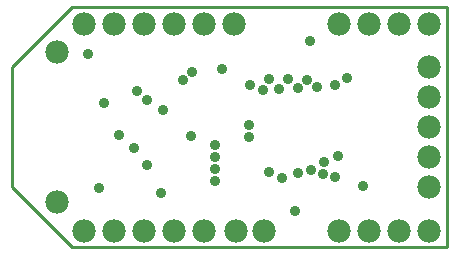
<source format=gbs>
G04 Layer_Color=8150272*
%FSAX24Y24*%
%MOIN*%
G70*
G01*
G75*
%ADD26C,0.0100*%
%ADD53C,0.0780*%
%ADD54C,0.0350*%
D26*
X-014500Y002000D02*
X-012500Y000000D01*
X000000D01*
Y008000D01*
X-012500D02*
X000000D01*
X-014500Y006000D02*
X-012500Y008000D01*
X-014500Y002000D02*
Y006000D01*
D53*
X-013000Y006500D02*
D03*
Y001500D02*
D03*
X-012100Y007450D02*
D03*
X-008100Y000550D02*
D03*
X-009100D02*
D03*
X-010100D02*
D03*
X-011100D02*
D03*
X-012100D02*
D03*
X-007050D02*
D03*
X-006100D02*
D03*
X-003600D02*
D03*
X-002600D02*
D03*
X-001600D02*
D03*
X-000600D02*
D03*
X-011100Y007450D02*
D03*
X-010100D02*
D03*
X-009100D02*
D03*
X-008100D02*
D03*
X-007100D02*
D03*
X-003600D02*
D03*
X-002600D02*
D03*
X-001600D02*
D03*
X-000600D02*
D03*
Y006000D02*
D03*
Y005000D02*
D03*
Y004000D02*
D03*
Y003000D02*
D03*
Y002000D02*
D03*
D54*
X-010460Y003330D02*
D03*
X-010020Y004920D02*
D03*
X-011990Y006460D02*
D03*
X-010030Y002750D02*
D03*
X-011630Y001980D02*
D03*
X-008500Y005860D02*
D03*
X-009550Y001830D02*
D03*
X-008822Y005575D02*
D03*
X-006575Y005425D02*
D03*
X-007750Y002200D02*
D03*
Y002600D02*
D03*
Y003000D02*
D03*
Y003400D02*
D03*
X-003350Y005650D02*
D03*
X-010350Y005200D02*
D03*
X-002800Y002050D02*
D03*
X-004150Y002450D02*
D03*
X-003750Y002350D02*
D03*
X-003650Y003053D02*
D03*
X-004590Y006890D02*
D03*
X-003750Y005400D02*
D03*
X-008550Y003700D02*
D03*
X-011450Y004800D02*
D03*
X-010950Y003750D02*
D03*
X-004980Y002470D02*
D03*
X-004100Y002850D02*
D03*
X-004560Y002590D02*
D03*
X-009490Y004580D02*
D03*
X-006140Y005240D02*
D03*
X-005630Y005270D02*
D03*
X-004980Y005310D02*
D03*
X-004340Y005350D02*
D03*
X-004680Y005580D02*
D03*
X-005320Y005610D02*
D03*
X-005940D02*
D03*
X-006630Y003670D02*
D03*
X-006600Y004090D02*
D03*
X-007530Y005950D02*
D03*
X-005940Y002500D02*
D03*
X-005520Y002320D02*
D03*
X-005080Y001220D02*
D03*
M02*

</source>
